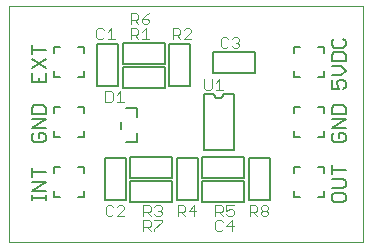
<source format=gto>
G75*
%MOIN*%
%OFA0B0*%
%FSLAX25Y25*%
%IPPOS*%
%LPD*%
%AMOC8*
5,1,8,0,0,1.08239X$1,22.5*
%
%ADD10C,0.00000*%
%ADD11C,0.00500*%
%ADD12C,0.00600*%
%ADD13C,0.00400*%
%ADD14C,0.00800*%
D10*
X0012727Y0002200D02*
X0012727Y0080940D01*
X0130837Y0080940D01*
X0130837Y0002200D01*
X0012727Y0002200D01*
D11*
X0020473Y0016311D02*
X0020473Y0017813D01*
X0020473Y0017062D02*
X0024977Y0017062D01*
X0024977Y0016311D02*
X0024977Y0017813D01*
X0024977Y0019381D02*
X0020473Y0019381D01*
X0024977Y0022383D01*
X0020473Y0022383D01*
X0020473Y0023985D02*
X0020473Y0026987D01*
X0020473Y0025486D02*
X0024977Y0025486D01*
X0024226Y0035544D02*
X0021224Y0035544D01*
X0020473Y0036295D01*
X0020473Y0037796D01*
X0021224Y0038547D01*
X0022725Y0038547D02*
X0022725Y0037045D01*
X0022725Y0038547D02*
X0024226Y0038547D01*
X0024977Y0037796D01*
X0024977Y0036295D01*
X0024226Y0035544D01*
X0024977Y0040148D02*
X0020473Y0040148D01*
X0024977Y0043151D01*
X0020473Y0043151D01*
X0020473Y0044752D02*
X0020473Y0047004D01*
X0021224Y0047755D01*
X0024226Y0047755D01*
X0024977Y0047004D01*
X0024977Y0044752D01*
X0020473Y0044752D01*
X0020473Y0055544D02*
X0024977Y0055544D01*
X0024977Y0058547D01*
X0024977Y0060148D02*
X0020473Y0063151D01*
X0020473Y0064752D02*
X0020473Y0067755D01*
X0020473Y0066253D02*
X0024977Y0066253D01*
X0024977Y0063151D02*
X0020473Y0060148D01*
X0020473Y0058547D02*
X0020473Y0055544D01*
X0022725Y0055544D02*
X0022725Y0057045D01*
X0120473Y0056245D02*
X0120473Y0053242D01*
X0122725Y0053242D01*
X0121974Y0054743D01*
X0121974Y0055494D01*
X0122725Y0056245D01*
X0124226Y0056245D01*
X0124977Y0055494D01*
X0124977Y0053993D01*
X0124226Y0053242D01*
X0123476Y0057846D02*
X0120473Y0057846D01*
X0123476Y0057846D02*
X0124977Y0059347D01*
X0123476Y0060849D01*
X0120473Y0060849D01*
X0120473Y0062450D02*
X0120473Y0064702D01*
X0121224Y0065453D01*
X0124226Y0065453D01*
X0124977Y0064702D01*
X0124977Y0062450D01*
X0120473Y0062450D01*
X0121224Y0067054D02*
X0124226Y0067054D01*
X0124977Y0067805D01*
X0124977Y0069306D01*
X0124226Y0070056D01*
X0121224Y0070056D02*
X0120473Y0069306D01*
X0120473Y0067805D01*
X0121224Y0067054D01*
X0121224Y0047755D02*
X0120473Y0047004D01*
X0120473Y0044752D01*
X0124977Y0044752D01*
X0124977Y0047004D01*
X0124226Y0047755D01*
X0121224Y0047755D01*
X0120473Y0043151D02*
X0124977Y0043151D01*
X0120473Y0040148D01*
X0124977Y0040148D01*
X0124226Y0038547D02*
X0122725Y0038547D01*
X0122725Y0037045D01*
X0121224Y0035544D02*
X0120473Y0036295D01*
X0120473Y0037796D01*
X0121224Y0038547D01*
X0124226Y0038547D02*
X0124977Y0037796D01*
X0124977Y0036295D01*
X0124226Y0035544D01*
X0121224Y0035544D01*
X0120473Y0027755D02*
X0120473Y0024752D01*
X0120473Y0026253D02*
X0124977Y0026253D01*
X0124226Y0023151D02*
X0120473Y0023151D01*
X0120473Y0020148D02*
X0124226Y0020148D01*
X0124977Y0020899D01*
X0124977Y0022400D01*
X0124226Y0023151D01*
X0124226Y0018547D02*
X0121224Y0018547D01*
X0120473Y0017796D01*
X0120473Y0016295D01*
X0121224Y0015544D01*
X0124226Y0015544D01*
X0124977Y0016295D01*
X0124977Y0017796D01*
X0124226Y0018547D01*
D12*
X0117727Y0019200D02*
X0117727Y0017200D01*
X0115727Y0017200D01*
X0109727Y0017200D02*
X0107727Y0017200D01*
X0107727Y0019200D01*
X0107727Y0025200D02*
X0107727Y0027200D01*
X0109727Y0027200D01*
X0115727Y0027200D02*
X0117727Y0027200D01*
X0117727Y0025200D01*
X0117727Y0037200D02*
X0115727Y0037200D01*
X0117727Y0037200D02*
X0117727Y0039200D01*
X0117727Y0045200D02*
X0117727Y0047200D01*
X0115727Y0047200D01*
X0109727Y0047200D02*
X0107727Y0047200D01*
X0107727Y0045200D01*
X0107727Y0039200D02*
X0107727Y0037200D01*
X0109727Y0037200D01*
X0099727Y0030200D02*
X0092727Y0030200D01*
X0092727Y0016200D01*
X0099727Y0016200D01*
X0099727Y0030200D01*
X0091227Y0030700D02*
X0077227Y0030700D01*
X0077227Y0023700D01*
X0091227Y0023700D01*
X0091227Y0030700D01*
X0091227Y0022700D02*
X0091227Y0015700D01*
X0077227Y0015700D01*
X0077227Y0022700D01*
X0091227Y0022700D01*
X0075727Y0016200D02*
X0075727Y0030200D01*
X0068727Y0030200D01*
X0068727Y0016200D01*
X0075727Y0016200D01*
X0067227Y0015700D02*
X0067227Y0022700D01*
X0053227Y0022700D01*
X0053227Y0015700D01*
X0067227Y0015700D01*
X0067227Y0023700D02*
X0067227Y0030700D01*
X0053227Y0030700D01*
X0053227Y0023700D01*
X0067227Y0023700D01*
X0051727Y0030200D02*
X0051727Y0016200D01*
X0044727Y0016200D01*
X0044727Y0030200D01*
X0051727Y0030200D01*
X0051743Y0035602D02*
X0055325Y0035602D01*
X0055325Y0038641D01*
X0050129Y0040019D02*
X0050129Y0042381D01*
X0055325Y0043759D02*
X0055325Y0046798D01*
X0051743Y0046798D01*
X0050727Y0053700D02*
X0064727Y0053700D01*
X0064727Y0060700D01*
X0050727Y0060700D01*
X0050727Y0053700D01*
X0049227Y0054200D02*
X0049227Y0068200D01*
X0042227Y0068200D01*
X0042227Y0054200D01*
X0049227Y0054200D01*
X0050727Y0061700D02*
X0064727Y0061700D01*
X0064727Y0068700D01*
X0050727Y0068700D01*
X0050727Y0061700D01*
X0037727Y0059200D02*
X0037727Y0057200D01*
X0035727Y0057200D01*
X0029727Y0057200D02*
X0027727Y0057200D01*
X0027727Y0059200D01*
X0027727Y0065200D02*
X0027727Y0067200D01*
X0029727Y0067200D01*
X0035727Y0067200D02*
X0037727Y0067200D01*
X0037727Y0065200D01*
X0037727Y0047200D02*
X0035727Y0047200D01*
X0037727Y0047200D02*
X0037727Y0045200D01*
X0029727Y0047200D02*
X0027727Y0047200D01*
X0027727Y0045200D01*
X0027727Y0039200D02*
X0027727Y0037200D01*
X0029727Y0037200D01*
X0035727Y0037200D02*
X0037727Y0037200D01*
X0037727Y0039200D01*
X0037727Y0027200D02*
X0035727Y0027200D01*
X0037727Y0027200D02*
X0037727Y0025200D01*
X0029727Y0027200D02*
X0027727Y0027200D01*
X0027727Y0025200D01*
X0027727Y0019200D02*
X0027727Y0017200D01*
X0029727Y0017200D01*
X0035727Y0017200D02*
X0037727Y0017200D01*
X0037727Y0019200D01*
X0066227Y0054200D02*
X0073227Y0054200D01*
X0073227Y0068200D01*
X0066227Y0068200D01*
X0066227Y0054200D01*
X0080727Y0058700D02*
X0080727Y0065700D01*
X0094727Y0065700D01*
X0094727Y0058700D01*
X0080727Y0058700D01*
X0107727Y0059200D02*
X0107727Y0057200D01*
X0109727Y0057200D01*
X0115727Y0057200D02*
X0117727Y0057200D01*
X0117727Y0059200D01*
X0117727Y0065200D02*
X0117727Y0067200D01*
X0115727Y0067200D01*
X0109727Y0067200D02*
X0107727Y0067200D01*
X0107727Y0065200D01*
D13*
X0089512Y0067501D02*
X0088912Y0066900D01*
X0087711Y0066900D01*
X0087110Y0067501D01*
X0085829Y0067501D02*
X0085229Y0066900D01*
X0084028Y0066900D01*
X0083427Y0067501D01*
X0083427Y0069903D01*
X0084028Y0070503D01*
X0085229Y0070503D01*
X0085829Y0069903D01*
X0087110Y0069903D02*
X0087711Y0070503D01*
X0088912Y0070503D01*
X0089512Y0069903D01*
X0089512Y0069302D01*
X0088912Y0068702D01*
X0089512Y0068101D01*
X0089512Y0067501D01*
X0088912Y0068702D02*
X0088311Y0068702D01*
X0073512Y0069900D02*
X0071110Y0069900D01*
X0073512Y0072302D01*
X0073512Y0072903D01*
X0072912Y0073503D01*
X0071711Y0073503D01*
X0071110Y0072903D01*
X0069829Y0072903D02*
X0069829Y0071702D01*
X0069229Y0071101D01*
X0067427Y0071101D01*
X0067427Y0069900D02*
X0067427Y0073503D01*
X0069229Y0073503D01*
X0069829Y0072903D01*
X0068628Y0071101D02*
X0069829Y0069900D01*
X0059512Y0069900D02*
X0057110Y0069900D01*
X0058311Y0069900D02*
X0058311Y0073503D01*
X0057110Y0072302D01*
X0055829Y0071702D02*
X0055229Y0071101D01*
X0053427Y0071101D01*
X0053427Y0069900D02*
X0053427Y0073503D01*
X0055229Y0073503D01*
X0055829Y0072903D01*
X0055829Y0071702D01*
X0054628Y0071101D02*
X0055829Y0069900D01*
X0055829Y0074900D02*
X0054628Y0076101D01*
X0055229Y0076101D02*
X0053427Y0076101D01*
X0055229Y0076101D02*
X0055829Y0076702D01*
X0055829Y0077903D01*
X0055229Y0078503D01*
X0053427Y0078503D01*
X0053427Y0074900D01*
X0057110Y0075501D02*
X0057711Y0074900D01*
X0058912Y0074900D01*
X0059512Y0075501D01*
X0059512Y0076101D01*
X0058912Y0076702D01*
X0057110Y0076702D01*
X0057110Y0075501D01*
X0057110Y0076702D02*
X0058311Y0077903D01*
X0059512Y0078503D01*
X0048012Y0069900D02*
X0045610Y0069900D01*
X0046811Y0069900D02*
X0046811Y0073503D01*
X0045610Y0072302D01*
X0044329Y0072903D02*
X0043729Y0073503D01*
X0042528Y0073503D01*
X0041927Y0072903D01*
X0041927Y0070501D01*
X0042528Y0069900D01*
X0043729Y0069900D01*
X0044329Y0070501D01*
X0044927Y0052503D02*
X0046729Y0052503D01*
X0047329Y0051903D01*
X0047329Y0049501D01*
X0046729Y0048900D01*
X0044927Y0048900D01*
X0044927Y0052503D01*
X0048610Y0051302D02*
X0049811Y0052503D01*
X0049811Y0048900D01*
X0048610Y0048900D02*
X0051012Y0048900D01*
X0077927Y0053501D02*
X0078528Y0052900D01*
X0079729Y0052900D01*
X0080329Y0053501D01*
X0080329Y0056503D01*
X0081610Y0055302D02*
X0082811Y0056503D01*
X0082811Y0052900D01*
X0081610Y0052900D02*
X0084012Y0052900D01*
X0077927Y0053501D02*
X0077927Y0056503D01*
X0074545Y0014503D02*
X0072744Y0012702D01*
X0075146Y0012702D01*
X0074545Y0014503D02*
X0074545Y0010900D01*
X0071463Y0010900D02*
X0070262Y0012101D01*
X0070862Y0012101D02*
X0069061Y0012101D01*
X0069061Y0010900D02*
X0069061Y0014503D01*
X0070862Y0014503D01*
X0071463Y0013903D01*
X0071463Y0012702D01*
X0070862Y0012101D01*
X0063646Y0012101D02*
X0063646Y0011501D01*
X0063045Y0010900D01*
X0061844Y0010900D01*
X0061244Y0011501D01*
X0059963Y0010900D02*
X0058762Y0012101D01*
X0059362Y0012101D02*
X0057561Y0012101D01*
X0057561Y0010900D02*
X0057561Y0014503D01*
X0059362Y0014503D01*
X0059963Y0013903D01*
X0059963Y0012702D01*
X0059362Y0012101D01*
X0059362Y0009503D02*
X0057561Y0009503D01*
X0057561Y0005900D01*
X0057561Y0007101D02*
X0059362Y0007101D01*
X0059963Y0007702D01*
X0059963Y0008903D01*
X0059362Y0009503D01*
X0061244Y0009503D02*
X0063646Y0009503D01*
X0063646Y0008903D01*
X0061244Y0006501D01*
X0061244Y0005900D01*
X0059963Y0005900D02*
X0058762Y0007101D01*
X0063646Y0012101D02*
X0063045Y0012702D01*
X0062445Y0012702D01*
X0063045Y0012702D02*
X0063646Y0013302D01*
X0063646Y0013903D01*
X0063045Y0014503D01*
X0061844Y0014503D01*
X0061244Y0013903D01*
X0051146Y0013903D02*
X0050545Y0014503D01*
X0049344Y0014503D01*
X0048744Y0013903D01*
X0047463Y0013903D02*
X0046862Y0014503D01*
X0045661Y0014503D01*
X0045061Y0013903D01*
X0045061Y0011501D01*
X0045661Y0010900D01*
X0046862Y0010900D01*
X0047463Y0011501D01*
X0048744Y0010900D02*
X0051146Y0013302D01*
X0051146Y0013903D01*
X0051146Y0010900D02*
X0048744Y0010900D01*
X0081561Y0010900D02*
X0081561Y0014503D01*
X0083362Y0014503D01*
X0083963Y0013903D01*
X0083963Y0012702D01*
X0083362Y0012101D01*
X0081561Y0012101D01*
X0082762Y0012101D02*
X0083963Y0010900D01*
X0085244Y0011501D02*
X0085844Y0010900D01*
X0087045Y0010900D01*
X0087646Y0011501D01*
X0087646Y0012702D01*
X0087045Y0013302D01*
X0086445Y0013302D01*
X0085244Y0012702D01*
X0085244Y0014503D01*
X0087646Y0014503D01*
X0093061Y0014503D02*
X0093061Y0010900D01*
X0093061Y0012101D02*
X0094862Y0012101D01*
X0095463Y0012702D01*
X0095463Y0013903D01*
X0094862Y0014503D01*
X0093061Y0014503D01*
X0094262Y0012101D02*
X0095463Y0010900D01*
X0096744Y0011501D02*
X0096744Y0012101D01*
X0097344Y0012702D01*
X0098545Y0012702D01*
X0099146Y0012101D01*
X0099146Y0011501D01*
X0098545Y0010900D01*
X0097344Y0010900D01*
X0096744Y0011501D01*
X0097344Y0012702D02*
X0096744Y0013302D01*
X0096744Y0013903D01*
X0097344Y0014503D01*
X0098545Y0014503D01*
X0099146Y0013903D01*
X0099146Y0013302D01*
X0098545Y0012702D01*
X0087045Y0009503D02*
X0087045Y0005900D01*
X0087646Y0007702D02*
X0085244Y0007702D01*
X0087045Y0009503D01*
X0083963Y0008903D02*
X0083362Y0009503D01*
X0082161Y0009503D01*
X0081561Y0008903D01*
X0081561Y0006501D01*
X0082161Y0005900D01*
X0083362Y0005900D01*
X0083963Y0006501D01*
D14*
X0087727Y0032751D02*
X0077727Y0032751D01*
X0077727Y0051649D01*
X0081227Y0051649D01*
X0081229Y0051573D01*
X0081235Y0051497D01*
X0081244Y0051422D01*
X0081258Y0051347D01*
X0081275Y0051273D01*
X0081296Y0051200D01*
X0081320Y0051128D01*
X0081349Y0051057D01*
X0081380Y0050988D01*
X0081415Y0050921D01*
X0081454Y0050856D01*
X0081496Y0050792D01*
X0081541Y0050731D01*
X0081589Y0050672D01*
X0081640Y0050616D01*
X0081694Y0050562D01*
X0081750Y0050511D01*
X0081809Y0050463D01*
X0081870Y0050418D01*
X0081934Y0050376D01*
X0081999Y0050337D01*
X0082066Y0050302D01*
X0082135Y0050271D01*
X0082206Y0050242D01*
X0082278Y0050218D01*
X0082351Y0050197D01*
X0082425Y0050180D01*
X0082500Y0050166D01*
X0082575Y0050157D01*
X0082651Y0050151D01*
X0082727Y0050149D01*
X0082803Y0050151D01*
X0082879Y0050157D01*
X0082954Y0050166D01*
X0083029Y0050180D01*
X0083103Y0050197D01*
X0083176Y0050218D01*
X0083248Y0050242D01*
X0083319Y0050271D01*
X0083388Y0050302D01*
X0083455Y0050337D01*
X0083520Y0050376D01*
X0083584Y0050418D01*
X0083645Y0050463D01*
X0083704Y0050511D01*
X0083760Y0050562D01*
X0083814Y0050616D01*
X0083865Y0050672D01*
X0083913Y0050731D01*
X0083958Y0050792D01*
X0084000Y0050856D01*
X0084039Y0050921D01*
X0084074Y0050988D01*
X0084105Y0051057D01*
X0084134Y0051128D01*
X0084158Y0051200D01*
X0084179Y0051273D01*
X0084196Y0051347D01*
X0084210Y0051422D01*
X0084219Y0051497D01*
X0084225Y0051573D01*
X0084227Y0051649D01*
X0087727Y0051649D01*
X0087727Y0032751D01*
M02*

</source>
